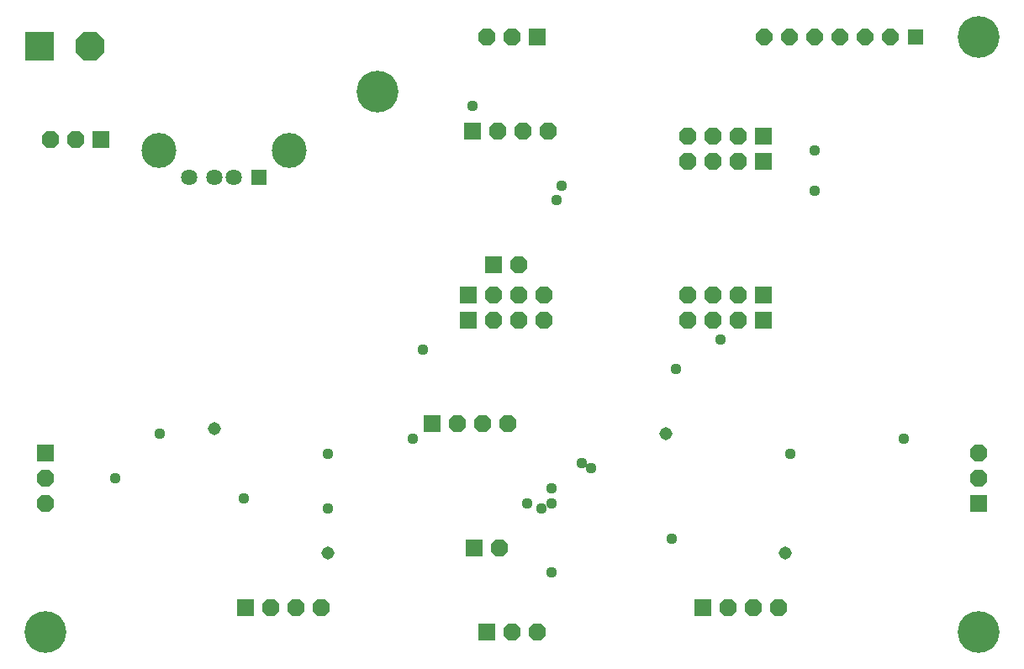
<source format=gbs>
G75*
%MOIN*%
%OFA0B0*%
%FSLAX25Y25*%
%IPPOS*%
%LPD*%
%AMOC8*
5,1,8,0,0,1.08239X$1,22.5*
%
%ADD10C,0.16548*%
%ADD11R,0.06737X0.06737*%
%ADD12OC8,0.06737*%
%ADD13R,0.11548X0.11548*%
%ADD14OC8,0.11548*%
%ADD15C,0.13855*%
%ADD16R,0.06422X0.06422*%
%ADD17C,0.06422*%
%ADD18OC8,0.06343*%
%ADD19R,0.06343X0.06343*%
%ADD20C,0.04369*%
%ADD21C,0.05156*%
D10*
X0015205Y0013061D03*
X0147094Y0227628D03*
X0385283Y0249281D03*
X0385283Y0013061D03*
D11*
X0385283Y0064085D03*
X0299890Y0136919D03*
X0299890Y0146919D03*
X0299890Y0199911D03*
X0299890Y0209911D03*
X0210244Y0249281D03*
X0184457Y0211880D03*
X0192882Y0158730D03*
X0182882Y0146919D03*
X0182882Y0136919D03*
X0168709Y0095738D03*
X0185205Y0046526D03*
X0190244Y0013061D03*
X0275795Y0022904D03*
X0094693Y0022904D03*
X0015205Y0084085D03*
X0037409Y0208415D03*
D12*
X0027409Y0208415D03*
X0017409Y0208415D03*
X0178709Y0095738D03*
X0188709Y0095738D03*
X0198709Y0095738D03*
X0202882Y0136919D03*
X0192882Y0136919D03*
X0192882Y0146919D03*
X0202882Y0146919D03*
X0212882Y0146919D03*
X0212882Y0136919D03*
X0202882Y0158730D03*
X0269890Y0146919D03*
X0279890Y0146919D03*
X0289890Y0146919D03*
X0289890Y0136919D03*
X0279890Y0136919D03*
X0269890Y0136919D03*
X0269890Y0199911D03*
X0279890Y0199911D03*
X0289890Y0199911D03*
X0289890Y0209911D03*
X0279890Y0209911D03*
X0269890Y0209911D03*
X0214457Y0211880D03*
X0204457Y0211880D03*
X0194457Y0211880D03*
X0190244Y0249281D03*
X0200244Y0249281D03*
X0385283Y0084085D03*
X0385283Y0074085D03*
X0305795Y0022904D03*
X0295795Y0022904D03*
X0285795Y0022904D03*
X0210244Y0013061D03*
X0200244Y0013061D03*
X0195205Y0046526D03*
X0124693Y0022904D03*
X0114693Y0022904D03*
X0104693Y0022904D03*
X0015205Y0064085D03*
X0015205Y0074085D03*
D13*
X0013079Y0245344D03*
D14*
X0033079Y0245344D03*
D15*
X0060205Y0204006D03*
X0111937Y0204006D03*
D16*
X0099850Y0193337D03*
D17*
X0090008Y0193337D03*
X0082134Y0193337D03*
X0072291Y0193337D03*
D18*
X0300165Y0249281D03*
X0310165Y0249281D03*
X0320165Y0249281D03*
X0330165Y0249281D03*
X0340165Y0249281D03*
X0350165Y0249281D03*
D19*
X0360165Y0249281D03*
D20*
X0320323Y0204006D03*
X0320323Y0188258D03*
X0282921Y0129203D03*
X0265205Y0117392D03*
X0310480Y0083927D03*
X0355756Y0089833D03*
X0263669Y0050030D03*
X0231740Y0078022D03*
X0227803Y0079990D03*
X0215992Y0070148D03*
X0215992Y0064242D03*
X0212055Y0062274D03*
X0206150Y0064242D03*
X0215992Y0036683D03*
X0160874Y0089833D03*
X0127409Y0083927D03*
X0127409Y0062274D03*
X0093945Y0066211D03*
X0060480Y0091801D03*
X0042764Y0074085D03*
X0164811Y0125266D03*
X0217961Y0184321D03*
X0219929Y0190226D03*
X0184496Y0221722D03*
D21*
X0082134Y0093770D03*
X0127409Y0044557D03*
X0261268Y0091801D03*
X0308512Y0044557D03*
M02*

</source>
